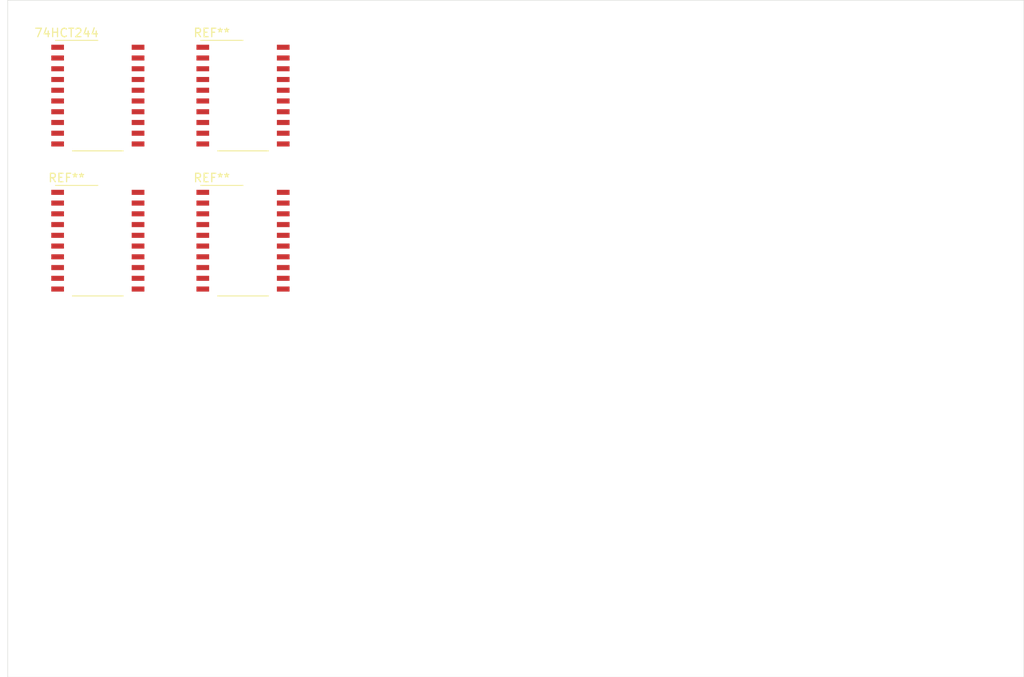
<source format=kicad_pcb>
(kicad_pcb (version 20171130) (host pcbnew 5.1.3-ffb9f22~84~ubuntu18.04.1)

  (general
    (thickness 1.6)
    (drawings 4)
    (tracks 0)
    (zones 0)
    (modules 4)
    (nets 1)
  )

  (page A4)
  (layers
    (0 F.Cu signal)
    (31 B.Cu signal)
    (32 B.Adhes user)
    (33 F.Adhes user)
    (34 B.Paste user)
    (35 F.Paste user)
    (36 B.SilkS user)
    (37 F.SilkS user)
    (38 B.Mask user)
    (39 F.Mask user)
    (40 Dwgs.User user)
    (41 Cmts.User user)
    (42 Eco1.User user)
    (43 Eco2.User user)
    (44 Edge.Cuts user)
    (45 Margin user)
    (46 B.CrtYd user)
    (47 F.CrtYd user)
    (48 B.Fab user)
    (49 F.Fab user)
  )

  (setup
    (last_trace_width 0.25)
    (trace_clearance 0.2)
    (zone_clearance 0.508)
    (zone_45_only no)
    (trace_min 0.2)
    (via_size 0.8)
    (via_drill 0.4)
    (via_min_size 0.4)
    (via_min_drill 0.3)
    (uvia_size 0.3)
    (uvia_drill 0.1)
    (uvias_allowed no)
    (uvia_min_size 0.2)
    (uvia_min_drill 0.1)
    (edge_width 0.05)
    (segment_width 0.2)
    (pcb_text_width 0.3)
    (pcb_text_size 1.5 1.5)
    (mod_edge_width 0.12)
    (mod_text_size 1 1)
    (mod_text_width 0.15)
    (pad_size 1.524 1.524)
    (pad_drill 0.762)
    (pad_to_mask_clearance 0.051)
    (solder_mask_min_width 0.25)
    (aux_axis_origin 0 0)
    (visible_elements FFFFFF7F)
    (pcbplotparams
      (layerselection 0x010fc_ffffffff)
      (usegerberextensions false)
      (usegerberattributes false)
      (usegerberadvancedattributes false)
      (creategerberjobfile false)
      (excludeedgelayer true)
      (linewidth 0.100000)
      (plotframeref false)
      (viasonmask false)
      (mode 1)
      (useauxorigin false)
      (hpglpennumber 1)
      (hpglpenspeed 20)
      (hpglpendiameter 15.000000)
      (psnegative false)
      (psa4output false)
      (plotreference true)
      (plotvalue true)
      (plotinvisibletext false)
      (padsonsilk false)
      (subtractmaskfromsilk false)
      (outputformat 1)
      (mirror false)
      (drillshape 1)
      (scaleselection 1)
      (outputdirectory ""))
  )

  (net 0 "")

  (net_class Default "This is the default net class."
    (clearance 0.2)
    (trace_width 0.25)
    (via_dia 0.8)
    (via_drill 0.4)
    (uvia_dia 0.3)
    (uvia_drill 0.1)
  )

  (module Package_SO:SO-20_12.8x7.5mm_P1.27mm (layer F.Cu) (tedit 5A02F2D3) (tstamp 5D59D159)
    (at 57.785 58.42)
    (descr "SO-20, 12.8x7.5mm, https://www.nxp.com/docs/en/data-sheet/SA605.pdf")
    (tags "S0-20 ")
    (attr smd)
    (fp_text reference REF** (at -3.69 -7.42) (layer F.SilkS)
      (effects (font (size 1 1) (thickness 0.15)))
    )
    (fp_text value SO-20_12.8x7.5mm_P1.27mm (at 0 7.99) (layer F.Fab)
      (effects (font (size 1 1) (thickness 0.15)))
    )
    (fp_text user %R (at 0 0) (layer F.Fab)
      (effects (font (size 1 1) (thickness 0.15)))
    )
    (fp_line (start -5.7 6.7) (end -5.7 -6.7) (layer F.CrtYd) (width 0.05))
    (fp_line (start 5.7 6.7) (end -5.7 6.7) (layer F.CrtYd) (width 0.05))
    (fp_line (start 5.7 -6.7) (end 5.7 6.7) (layer F.CrtYd) (width 0.05))
    (fp_line (start -5.7 -6.7) (end 5.7 -6.7) (layer F.CrtYd) (width 0.05))
    (fp_line (start -5 -6.53) (end 0 -6.53) (layer F.SilkS) (width 0.12))
    (fp_line (start -3 6.53) (end 3 6.53) (layer F.SilkS) (width 0.12))
    (fp_line (start -2.2 -5.4) (end -1.2 -6.4) (layer F.Fab) (width 0.1))
    (fp_line (start -2.2 6.4) (end -2.2 -5.4) (layer F.Fab) (width 0.1))
    (fp_line (start 2.2 6.4) (end -2.2 6.4) (layer F.Fab) (width 0.1))
    (fp_line (start 2.2 -6.4) (end 2.2 6.4) (layer F.Fab) (width 0.1))
    (fp_line (start -1.2 -6.4) (end 2.2 -6.4) (layer F.Fab) (width 0.1))
    (pad 20 smd rect (at 4.75 -5.715) (size 1.5 0.6) (layers F.Cu F.Paste F.Mask))
    (pad 19 smd rect (at 4.75 -4.445) (size 1.5 0.6) (layers F.Cu F.Paste F.Mask))
    (pad 18 smd rect (at 4.75 -3.175) (size 1.5 0.6) (layers F.Cu F.Paste F.Mask))
    (pad 17 smd rect (at 4.75 -1.905) (size 1.5 0.6) (layers F.Cu F.Paste F.Mask))
    (pad 16 smd rect (at 4.75 -0.635) (size 1.5 0.6) (layers F.Cu F.Paste F.Mask))
    (pad 15 smd rect (at 4.75 0.635) (size 1.5 0.6) (layers F.Cu F.Paste F.Mask))
    (pad 14 smd rect (at 4.75 1.905) (size 1.5 0.6) (layers F.Cu F.Paste F.Mask))
    (pad 13 smd rect (at 4.75 3.175) (size 1.5 0.6) (layers F.Cu F.Paste F.Mask))
    (pad 12 smd rect (at 4.75 4.445) (size 1.5 0.6) (layers F.Cu F.Paste F.Mask))
    (pad 11 smd rect (at 4.75 5.715) (size 1.5 0.6) (layers F.Cu F.Paste F.Mask))
    (pad 10 smd rect (at -4.75 5.715) (size 1.5 0.6) (layers F.Cu F.Paste F.Mask))
    (pad 9 smd rect (at -4.75 4.445) (size 1.5 0.6) (layers F.Cu F.Paste F.Mask))
    (pad 8 smd rect (at -4.75 3.175) (size 1.5 0.6) (layers F.Cu F.Paste F.Mask))
    (pad 7 smd rect (at -4.75 1.905) (size 1.5 0.6) (layers F.Cu F.Paste F.Mask))
    (pad 1 smd rect (at -4.75 -5.715) (size 1.5 0.6) (layers F.Cu F.Paste F.Mask))
    (pad 2 smd rect (at -4.75 -4.445) (size 1.5 0.6) (layers F.Cu F.Paste F.Mask))
    (pad 3 smd rect (at -4.75 -3.175) (size 1.5 0.6) (layers F.Cu F.Paste F.Mask))
    (pad 4 smd rect (at -4.75 -1.905) (size 1.5 0.6) (layers F.Cu F.Paste F.Mask))
    (pad 5 smd rect (at -4.75 -0.635) (size 1.5 0.6) (layers F.Cu F.Paste F.Mask))
    (pad 6 smd rect (at -4.75 0.635) (size 1.5 0.6) (layers F.Cu F.Paste F.Mask))
    (model ${KISYS3DMOD}/Package_SO.3dshapes/SO-20_12.8x7.5mm_P1.27mm.wrl
      (at (xyz 0 0 0))
      (scale (xyz 1 1 1))
      (rotate (xyz 0 0 0))
    )
  )

  (module Package_SO:SO-20_12.8x7.5mm_P1.27mm (layer F.Cu) (tedit 5A02F2D3) (tstamp 5D59D0EF)
    (at 57.785 41.275)
    (descr "SO-20, 12.8x7.5mm, https://www.nxp.com/docs/en/data-sheet/SA605.pdf")
    (tags "S0-20 ")
    (attr smd)
    (fp_text reference REF** (at -3.69 -7.42) (layer F.SilkS)
      (effects (font (size 1 1) (thickness 0.15)))
    )
    (fp_text value SO-20_12.8x7.5mm_P1.27mm (at 0 7.99) (layer F.Fab)
      (effects (font (size 1 1) (thickness 0.15)))
    )
    (fp_text user %R (at 0 0) (layer F.Fab)
      (effects (font (size 1 1) (thickness 0.15)))
    )
    (fp_line (start -5.7 6.7) (end -5.7 -6.7) (layer F.CrtYd) (width 0.05))
    (fp_line (start 5.7 6.7) (end -5.7 6.7) (layer F.CrtYd) (width 0.05))
    (fp_line (start 5.7 -6.7) (end 5.7 6.7) (layer F.CrtYd) (width 0.05))
    (fp_line (start -5.7 -6.7) (end 5.7 -6.7) (layer F.CrtYd) (width 0.05))
    (fp_line (start -5 -6.53) (end 0 -6.53) (layer F.SilkS) (width 0.12))
    (fp_line (start -3 6.53) (end 3 6.53) (layer F.SilkS) (width 0.12))
    (fp_line (start -2.2 -5.4) (end -1.2 -6.4) (layer F.Fab) (width 0.1))
    (fp_line (start -2.2 6.4) (end -2.2 -5.4) (layer F.Fab) (width 0.1))
    (fp_line (start 2.2 6.4) (end -2.2 6.4) (layer F.Fab) (width 0.1))
    (fp_line (start 2.2 -6.4) (end 2.2 6.4) (layer F.Fab) (width 0.1))
    (fp_line (start -1.2 -6.4) (end 2.2 -6.4) (layer F.Fab) (width 0.1))
    (pad 20 smd rect (at 4.75 -5.715) (size 1.5 0.6) (layers F.Cu F.Paste F.Mask))
    (pad 19 smd rect (at 4.75 -4.445) (size 1.5 0.6) (layers F.Cu F.Paste F.Mask))
    (pad 18 smd rect (at 4.75 -3.175) (size 1.5 0.6) (layers F.Cu F.Paste F.Mask))
    (pad 17 smd rect (at 4.75 -1.905) (size 1.5 0.6) (layers F.Cu F.Paste F.Mask))
    (pad 16 smd rect (at 4.75 -0.635) (size 1.5 0.6) (layers F.Cu F.Paste F.Mask))
    (pad 15 smd rect (at 4.75 0.635) (size 1.5 0.6) (layers F.Cu F.Paste F.Mask))
    (pad 14 smd rect (at 4.75 1.905) (size 1.5 0.6) (layers F.Cu F.Paste F.Mask))
    (pad 13 smd rect (at 4.75 3.175) (size 1.5 0.6) (layers F.Cu F.Paste F.Mask))
    (pad 12 smd rect (at 4.75 4.445) (size 1.5 0.6) (layers F.Cu F.Paste F.Mask))
    (pad 11 smd rect (at 4.75 5.715) (size 1.5 0.6) (layers F.Cu F.Paste F.Mask))
    (pad 10 smd rect (at -4.75 5.715) (size 1.5 0.6) (layers F.Cu F.Paste F.Mask))
    (pad 9 smd rect (at -4.75 4.445) (size 1.5 0.6) (layers F.Cu F.Paste F.Mask))
    (pad 8 smd rect (at -4.75 3.175) (size 1.5 0.6) (layers F.Cu F.Paste F.Mask))
    (pad 7 smd rect (at -4.75 1.905) (size 1.5 0.6) (layers F.Cu F.Paste F.Mask))
    (pad 1 smd rect (at -4.75 -5.715) (size 1.5 0.6) (layers F.Cu F.Paste F.Mask))
    (pad 2 smd rect (at -4.75 -4.445) (size 1.5 0.6) (layers F.Cu F.Paste F.Mask))
    (pad 3 smd rect (at -4.75 -3.175) (size 1.5 0.6) (layers F.Cu F.Paste F.Mask))
    (pad 4 smd rect (at -4.75 -1.905) (size 1.5 0.6) (layers F.Cu F.Paste F.Mask))
    (pad 5 smd rect (at -4.75 -0.635) (size 1.5 0.6) (layers F.Cu F.Paste F.Mask))
    (pad 6 smd rect (at -4.75 0.635) (size 1.5 0.6) (layers F.Cu F.Paste F.Mask))
    (model ${KISYS3DMOD}/Package_SO.3dshapes/SO-20_12.8x7.5mm_P1.27mm.wrl
      (at (xyz 0 0 0))
      (scale (xyz 1 1 1))
      (rotate (xyz 0 0 0))
    )
  )

  (module Package_SO:SO-20_12.8x7.5mm_P1.27mm (layer F.Cu) (tedit 5A02F2D3) (tstamp 5D59CE1D)
    (at 40.64 58.42)
    (descr "SO-20, 12.8x7.5mm, https://www.nxp.com/docs/en/data-sheet/SA605.pdf")
    (tags "S0-20 ")
    (attr smd)
    (fp_text reference REF** (at -3.69 -7.42) (layer F.SilkS)
      (effects (font (size 1 1) (thickness 0.15)))
    )
    (fp_text value SO-20_12.8x7.5mm_P1.27mm (at 0 7.99) (layer F.Fab)
      (effects (font (size 1 1) (thickness 0.15)))
    )
    (fp_text user %R (at 0 0) (layer F.Fab)
      (effects (font (size 1 1) (thickness 0.15)))
    )
    (fp_line (start -5.7 6.7) (end -5.7 -6.7) (layer F.CrtYd) (width 0.05))
    (fp_line (start 5.7 6.7) (end -5.7 6.7) (layer F.CrtYd) (width 0.05))
    (fp_line (start 5.7 -6.7) (end 5.7 6.7) (layer F.CrtYd) (width 0.05))
    (fp_line (start -5.7 -6.7) (end 5.7 -6.7) (layer F.CrtYd) (width 0.05))
    (fp_line (start -5 -6.53) (end 0 -6.53) (layer F.SilkS) (width 0.12))
    (fp_line (start -3 6.53) (end 3 6.53) (layer F.SilkS) (width 0.12))
    (fp_line (start -2.2 -5.4) (end -1.2 -6.4) (layer F.Fab) (width 0.1))
    (fp_line (start -2.2 6.4) (end -2.2 -5.4) (layer F.Fab) (width 0.1))
    (fp_line (start 2.2 6.4) (end -2.2 6.4) (layer F.Fab) (width 0.1))
    (fp_line (start 2.2 -6.4) (end 2.2 6.4) (layer F.Fab) (width 0.1))
    (fp_line (start -1.2 -6.4) (end 2.2 -6.4) (layer F.Fab) (width 0.1))
    (pad 20 smd rect (at 4.75 -5.715) (size 1.5 0.6) (layers F.Cu F.Paste F.Mask))
    (pad 19 smd rect (at 4.75 -4.445) (size 1.5 0.6) (layers F.Cu F.Paste F.Mask))
    (pad 18 smd rect (at 4.75 -3.175) (size 1.5 0.6) (layers F.Cu F.Paste F.Mask))
    (pad 17 smd rect (at 4.75 -1.905) (size 1.5 0.6) (layers F.Cu F.Paste F.Mask))
    (pad 16 smd rect (at 4.75 -0.635) (size 1.5 0.6) (layers F.Cu F.Paste F.Mask))
    (pad 15 smd rect (at 4.75 0.635) (size 1.5 0.6) (layers F.Cu F.Paste F.Mask))
    (pad 14 smd rect (at 4.75 1.905) (size 1.5 0.6) (layers F.Cu F.Paste F.Mask))
    (pad 13 smd rect (at 4.75 3.175) (size 1.5 0.6) (layers F.Cu F.Paste F.Mask))
    (pad 12 smd rect (at 4.75 4.445) (size 1.5 0.6) (layers F.Cu F.Paste F.Mask))
    (pad 11 smd rect (at 4.75 5.715) (size 1.5 0.6) (layers F.Cu F.Paste F.Mask))
    (pad 10 smd rect (at -4.75 5.715) (size 1.5 0.6) (layers F.Cu F.Paste F.Mask))
    (pad 9 smd rect (at -4.75 4.445) (size 1.5 0.6) (layers F.Cu F.Paste F.Mask))
    (pad 8 smd rect (at -4.75 3.175) (size 1.5 0.6) (layers F.Cu F.Paste F.Mask))
    (pad 7 smd rect (at -4.75 1.905) (size 1.5 0.6) (layers F.Cu F.Paste F.Mask))
    (pad 1 smd rect (at -4.75 -5.715) (size 1.5 0.6) (layers F.Cu F.Paste F.Mask))
    (pad 2 smd rect (at -4.75 -4.445) (size 1.5 0.6) (layers F.Cu F.Paste F.Mask))
    (pad 3 smd rect (at -4.75 -3.175) (size 1.5 0.6) (layers F.Cu F.Paste F.Mask))
    (pad 4 smd rect (at -4.75 -1.905) (size 1.5 0.6) (layers F.Cu F.Paste F.Mask))
    (pad 5 smd rect (at -4.75 -0.635) (size 1.5 0.6) (layers F.Cu F.Paste F.Mask))
    (pad 6 smd rect (at -4.75 0.635) (size 1.5 0.6) (layers F.Cu F.Paste F.Mask))
    (model ${KISYS3DMOD}/Package_SO.3dshapes/SO-20_12.8x7.5mm_P1.27mm.wrl
      (at (xyz 0 0 0))
      (scale (xyz 1 1 1))
      (rotate (xyz 0 0 0))
    )
  )

  (module Package_SO:SO-20_12.8x7.5mm_P1.27mm (layer F.Cu) (tedit 5A02F2D3) (tstamp 5D59BE6F)
    (at 40.64 41.275)
    (descr "SO-20, 12.8x7.5mm, https://www.nxp.com/docs/en/data-sheet/SA605.pdf")
    (tags "S0-20 ")
    (attr smd)
    (fp_text reference 74HCT244 (at -3.69 -7.42) (layer F.SilkS)
      (effects (font (size 1 1) (thickness 0.15)))
    )
    (fp_text value SO-20_12.8x7.5mm_P1.27mm (at 0 7.99) (layer F.Fab)
      (effects (font (size 1 1) (thickness 0.15)))
    )
    (fp_text user %R (at 0 0) (layer F.Fab)
      (effects (font (size 1 1) (thickness 0.15)))
    )
    (fp_line (start -5.7 6.7) (end -5.7 -6.7) (layer F.CrtYd) (width 0.05))
    (fp_line (start 5.7 6.7) (end -5.7 6.7) (layer F.CrtYd) (width 0.05))
    (fp_line (start 5.7 -6.7) (end 5.7 6.7) (layer F.CrtYd) (width 0.05))
    (fp_line (start -5.7 -6.7) (end 5.7 -6.7) (layer F.CrtYd) (width 0.05))
    (fp_line (start -5 -6.53) (end 0 -6.53) (layer F.SilkS) (width 0.12))
    (fp_line (start -3 6.53) (end 3 6.53) (layer F.SilkS) (width 0.12))
    (fp_line (start -2.2 -5.4) (end -1.2 -6.4) (layer F.Fab) (width 0.1))
    (fp_line (start -2.2 6.4) (end -2.2 -5.4) (layer F.Fab) (width 0.1))
    (fp_line (start 2.2 6.4) (end -2.2 6.4) (layer F.Fab) (width 0.1))
    (fp_line (start 2.2 -6.4) (end 2.2 6.4) (layer F.Fab) (width 0.1))
    (fp_line (start -1.2 -6.4) (end 2.2 -6.4) (layer F.Fab) (width 0.1))
    (pad 20 smd rect (at 4.75 -5.715) (size 1.5 0.6) (layers F.Cu F.Paste F.Mask))
    (pad 19 smd rect (at 4.75 -4.445) (size 1.5 0.6) (layers F.Cu F.Paste F.Mask))
    (pad 18 smd rect (at 4.75 -3.175) (size 1.5 0.6) (layers F.Cu F.Paste F.Mask))
    (pad 17 smd rect (at 4.75 -1.905) (size 1.5 0.6) (layers F.Cu F.Paste F.Mask))
    (pad 16 smd rect (at 4.75 -0.635) (size 1.5 0.6) (layers F.Cu F.Paste F.Mask))
    (pad 15 smd rect (at 4.75 0.635) (size 1.5 0.6) (layers F.Cu F.Paste F.Mask))
    (pad 14 smd rect (at 4.75 1.905) (size 1.5 0.6) (layers F.Cu F.Paste F.Mask))
    (pad 13 smd rect (at 4.75 3.175) (size 1.5 0.6) (layers F.Cu F.Paste F.Mask))
    (pad 12 smd rect (at 4.75 4.445) (size 1.5 0.6) (layers F.Cu F.Paste F.Mask))
    (pad 11 smd rect (at 4.75 5.715) (size 1.5 0.6) (layers F.Cu F.Paste F.Mask))
    (pad 10 smd rect (at -4.75 5.715) (size 1.5 0.6) (layers F.Cu F.Paste F.Mask))
    (pad 9 smd rect (at -4.75 4.445) (size 1.5 0.6) (layers F.Cu F.Paste F.Mask))
    (pad 8 smd rect (at -4.75 3.175) (size 1.5 0.6) (layers F.Cu F.Paste F.Mask))
    (pad 7 smd rect (at -4.75 1.905) (size 1.5 0.6) (layers F.Cu F.Paste F.Mask))
    (pad 1 smd rect (at -4.75 -5.715) (size 1.5 0.6) (layers F.Cu F.Paste F.Mask))
    (pad 2 smd rect (at -4.75 -4.445) (size 1.5 0.6) (layers F.Cu F.Paste F.Mask))
    (pad 3 smd rect (at -4.75 -3.175) (size 1.5 0.6) (layers F.Cu F.Paste F.Mask))
    (pad 4 smd rect (at -4.75 -1.905) (size 1.5 0.6) (layers F.Cu F.Paste F.Mask))
    (pad 5 smd rect (at -4.75 -0.635) (size 1.5 0.6) (layers F.Cu F.Paste F.Mask))
    (pad 6 smd rect (at -4.75 0.635) (size 1.5 0.6) (layers F.Cu F.Paste F.Mask))
    (model ${KISYS3DMOD}/Package_SO.3dshapes/SO-20_12.8x7.5mm_P1.27mm.wrl
      (at (xyz 0 0 0))
      (scale (xyz 1 1 1))
      (rotate (xyz 0 0 0))
    )
  )

  (gr_line (start 30 30) (end 30 110) (layer Edge.Cuts) (width 0.05) (tstamp 5D59BC6E))
  (gr_line (start 150 110) (end 30 110) (layer Edge.Cuts) (width 0.05))
  (gr_line (start 150 30) (end 150 110) (layer Edge.Cuts) (width 0.05))
  (gr_line (start 30 30) (end 150 30) (layer Edge.Cuts) (width 0.05))

)

</source>
